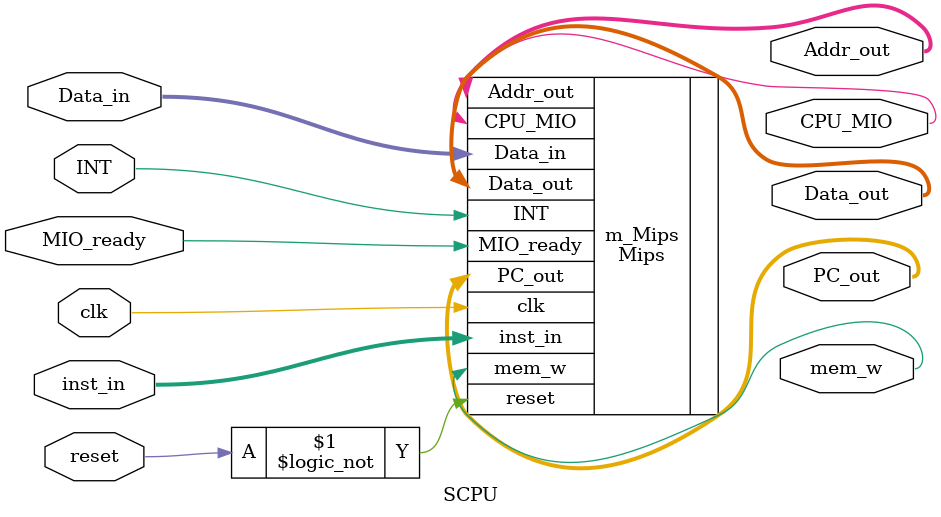
<source format=v>
module SCPU(clk, reset, MIO_ready, inst_in, Data_in, mem_w, PC_out, Addr_out, Data_out, CPU_MIO, INT);
	input clk;
	input reset;
	input MIO_ready;
	input[31:0] inst_in;
	input[31:0] Data_in;	
	output mem_w;
	output[31:0] PC_out;
	output[31:0] Addr_out;
	output[31:0] Data_out;
	output CPU_MIO;
	input INT;
	
	Mips m_Mips(
		.clk(clk),
		.reset(!reset),
		.MIO_ready(MIO_ready), 
		.inst_in(inst_in),
		.Data_in(Data_in),
		.mem_w(mem_w),
		.PC_out(PC_out),
		.Addr_out(Addr_out),
		.Data_out(Data_out),
		.CPU_MIO(CPU_MIO),
		.INT(INT)
	);
	/*MIPS m_MIPS(
		.clk(clk),
		.rst_n(rst_n),
		.MIO_ready(MIO_ready),
		.INT(INT),
		.inst_in(inst_in), 
		.Data_in(Data_in),
		.MemWrite(mem_w),
		.PC(PC_out), 
		.aluout(Addr_out),
		.Write_data(Data_out),
		.CPU_MIO(CPU_MIO)
	);*/
endmodule

</source>
